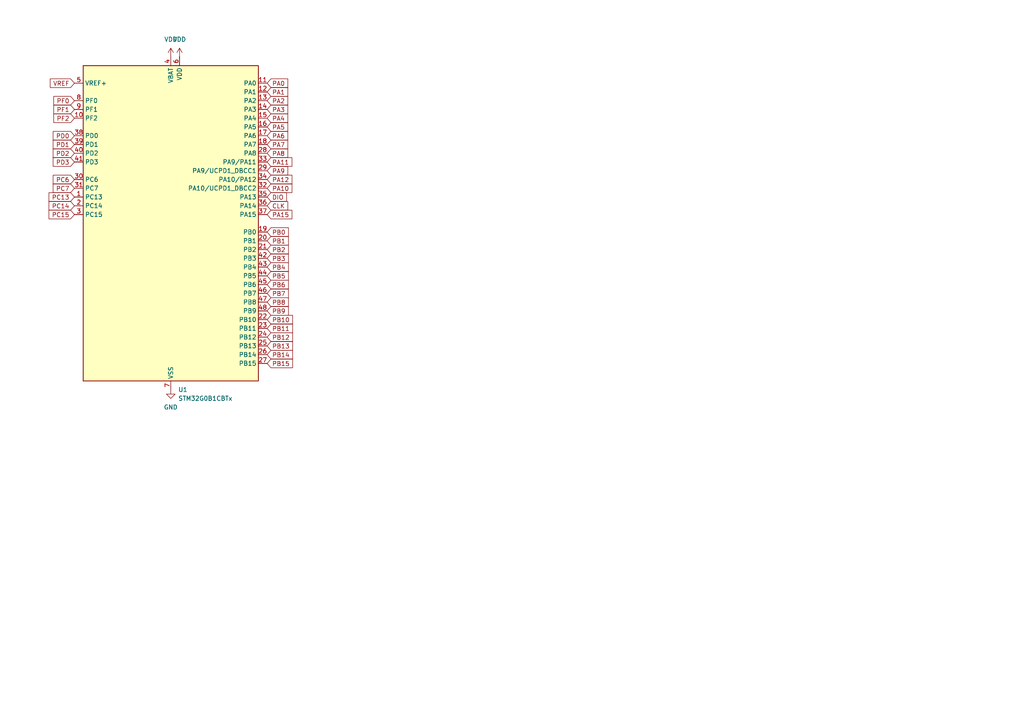
<source format=kicad_sch>
(kicad_sch (version 20250114) (generator "eeschema") (generator_version "9.0")
  (paper "A4")
  (lib_symbols
    (symbol "MCU_ST_STM32G0:STM32G0B1CBTx"
      (property "Reference" "U" (at -25.4 46.99 0))
      (property "Value" "STM32G0B1CBTx" (at 5.08 46.99 0))
      (symbol "STM32G0B1CBTx_0_1"
        (rectangle (start -25.4 -45.72) (end 25.4 45.72) (stroke (width 0.254)) (fill (type background)))
      )
      (symbol "STM32G0B1CBTx_1_1"
        (pin input line (at -27.94 40.64 0) (length 2.54) (name "VREF+") (number "5"))
        (pin bidirectional line (at -27.94 35.56 0) (length 2.54) (name "PF0") (number "8"))
        (pin bidirectional line (at -27.94 33.02 0) (length 2.54) (name "PF1") (number "9"))
        (pin bidirectional line (at -27.94 30.48 0) (length 2.54) (name "PF2") (number "10"))
        (pin bidirectional line (at -27.94 25.4 0) (length 2.54) (name "PD0") (number "38"))
        (pin bidirectional line (at -27.94 22.86 0) (length 2.54) (name "PD1") (number "39"))
        (pin bidirectional line (at -27.94 20.32 0) (length 2.54) (name "PD2") (number "40"))
        (pin bidirectional line (at -27.94 17.78 0) (length 2.54) (name "PD3") (number "41"))
        (pin bidirectional line (at -27.94 12.7 0) (length 2.54) (name "PC6") (number "30"))
        (pin bidirectional line (at -27.94 10.16 0) (length 2.54) (name "PC7") (number "31"))
        (pin bidirectional line (at -27.94 7.62 0) (length 2.54) (name "PC13") (number "1"))
        (pin bidirectional line (at -27.94 5.08 0) (length 2.54) (name "PC14") (number "2"))
        (pin bidirectional line (at -27.94 2.54 0) (length 2.54) (name "PC15") (number "3"))
        (pin power_in line (at 0 48.26 270) (length 2.54) (name "VBAT") (number "4"))
        (pin power_in line (at 0 -48.26 90) (length 2.54) (name "VSS") (number "7"))
        (pin power_in line (at 2.54 48.26 270) (length 2.54) (name "VDD") (number "6"))
        (pin bidirectional line (at 27.94 40.64 180) (length 2.54) (name "PA0") (number "11"))
        (pin bidirectional line (at 27.94 38.1 180) (length 2.54) (name "PA1") (number "12"))
        (pin bidirectional line (at 27.94 35.56 180) (length 2.54) (name "PA2") (number "13"))
        (pin bidirectional line (at 27.94 33.02 180) (length 2.54) (name "PA3") (number "14"))
        (pin bidirectional line (at 27.94 30.48 180) (length 2.54) (name "PA4") (number "15"))
        (pin bidirectional line (at 27.94 27.94 180) (length 2.54) (name "PA5") (number "16"))
        (pin bidirectional line (at 27.94 25.4 180) (length 2.54) (name "PA6") (number "17"))
        (pin bidirectional line (at 27.94 22.86 180) (length 2.54) (name "PA7") (number "18"))
        (pin bidirectional line (at 27.94 20.32 180) (length 2.54) (name "PA8") (number "28"))
        (pin bidirectional line (at 27.94 17.78 180) (length 2.54) (name "PA9/PA11") (number "33"))
        (pin bidirectional line (at 27.94 15.24 180) (length 2.54) (name "PA9/UCPD1_DBCC1") (number "29"))
        (pin bidirectional line (at 27.94 12.7 180) (length 2.54) (name "PA10/PA12") (number "34"))
        (pin bidirectional line (at 27.94 10.16 180) (length 2.54) (name "PA10/UCPD1_DBCC2") (number "32"))
        (pin bidirectional line (at 27.94 7.62 180) (length 2.54) (name "PA13") (number "35"))
        (pin bidirectional line (at 27.94 5.08 180) (length 2.54) (name "PA14") (number "36"))
        (pin bidirectional line (at 27.94 2.54 180) (length 2.54) (name "PA15") (number "37"))
        (pin bidirectional line (at 27.94 -2.54 180) (length 2.54) (name "PB0") (number "19"))
        (pin bidirectional line (at 27.94 -5.08 180) (length 2.54) (name "PB1") (number "20"))
        (pin bidirectional line (at 27.94 -7.62 180) (length 2.54) (name "PB2") (number "21"))
        (pin bidirectional line (at 27.94 -10.16 180) (length 2.54) (name "PB3") (number "42"))
        (pin bidirectional line (at 27.94 -12.7 180) (length 2.54) (name "PB4") (number "43"))
        (pin bidirectional line (at 27.94 -15.24 180) (length 2.54) (name "PB5") (number "44"))
        (pin bidirectional line (at 27.94 -17.78 180) (length 2.54) (name "PB6") (number "45"))
        (pin bidirectional line (at 27.94 -20.32 180) (length 2.54) (name "PB7") (number "46"))
        (pin bidirectional line (at 27.94 -22.86 180) (length 2.54) (name "PB8") (number "47"))
        (pin bidirectional line (at 27.94 -25.4 180) (length 2.54) (name "PB9") (number "48"))
        (pin bidirectional line (at 27.94 -27.94 180) (length 2.54) (name "PB10") (number "22"))
        (pin bidirectional line (at 27.94 -30.48 180) (length 2.54) (name "PB11") (number "23"))
        (pin bidirectional line (at 27.94 -33.02 180) (length 2.54) (name "PB12") (number "24"))
        (pin bidirectional line (at 27.94 -35.56 180) (length 2.54) (name "PB13") (number "25"))
        (pin bidirectional line (at 27.94 -38.1 180) (length 2.54) (name "PB14") (number "26"))
        (pin bidirectional line (at 27.94 -40.64 180) (length 2.54) (name "PB15") (number "27"))
      )
    )
    (symbol "power:GND" (power) (pin_numbers (hide yes)) (pin_names (offset 0) (hide yes))
      (property "Value" "GND" (at 0 -3.81 0))
      (symbol "GND_0_1"
        (polyline (pts (xy 0 0) (xy 0 -1.27) (xy 1.27 -1.27) (xy 0 -2.54) (xy -1.27 -1.27) (xy 0 -1.27)))
      )
      (symbol "GND_1_1"
        (pin power_in line (at 0 0 270) (length 0) (name "~") (number "1"))
      )
    )
    (symbol "power:VDD" (power) (pin_numbers (hide yes)) (pin_names (offset 0) (hide yes))
      (property "Value" "VDD" (at 0 3.556 0))
      (symbol "VDD_0_1"
        (polyline (pts (xy -0.762 1.27) (xy 0 2.54)))
        (polyline (pts (xy 0 2.54) (xy 0.762 1.27)))
        (polyline (pts (xy 0 0) (xy 0 2.54)))
      )
      (symbol "VDD_1_1"
        (pin power_in line (at 0 0 90) (length 0) (name "~") (number "1"))
      )
    )
  )
  (global_label "PA7" (shape input) (at 77.47 41.91 0) (property "Intersheetrefs" "${INTERSHEET_REFS}" (effects (hide yes))))
  (global_label "PA12" (shape input) (at 77.47 52.07 0) (property "Intersheetrefs" "${INTERSHEET_REFS}" (effects (hide yes))))
  (global_label "PB3" (shape input) (at 77.47 74.93 0) (property "Intersheetrefs" "${INTERSHEET_REFS}" (effects (hide yes))))
  (global_label "PC13" (shape input) (at 21.59 57.15 180) (property "Intersheetrefs" "${INTERSHEET_REFS}" (effects (hide yes))))
  (global_label "PD0" (shape input) (at 21.59 39.37 180) (property "Intersheetrefs" "${INTERSHEET_REFS}" (effects (hide yes))))
  (global_label "PA0" (shape input) (at 77.47 24.13 0) (property "Intersheetrefs" "${INTERSHEET_REFS}" (effects (hide yes))))
  (global_label "PA8" (shape input) (at 77.47 44.45 0) (property "Intersheetrefs" "${INTERSHEET_REFS}" (effects (hide yes))))
  (global_label "PB8" (shape input) (at 77.47 87.63 0) (property "Intersheetrefs" "${INTERSHEET_REFS}" (effects (hide yes))))
  (global_label "PA5" (shape input) (at 77.47 36.83 0) (property "Intersheetrefs" "${INTERSHEET_REFS}" (effects (hide yes))))
  (global_label "PB7" (shape input) (at 77.47 85.09 0) (property "Intersheetrefs" "${INTERSHEET_REFS}" (effects (hide yes))))
  (global_label "PA6" (shape input) (at 77.47 39.37 0) (property "Intersheetrefs" "${INTERSHEET_REFS}" (effects (hide yes))))
  (global_label "PD2" (shape input) (at 21.59 44.45 180) (property "Intersheetrefs" "${INTERSHEET_REFS}" (effects (hide yes))))
  (global_label "PD3" (shape input) (at 21.59 46.99 180) (property "Intersheetrefs" "${INTERSHEET_REFS}" (effects (hide yes))))
  (global_label "PB14" (shape input) (at 77.47 102.87 0) (property "Intersheetrefs" "${INTERSHEET_REFS}" (effects (hide yes))))
  (global_label "PB9" (shape input) (at 77.47 90.17 0) (property "Intersheetrefs" "${INTERSHEET_REFS}" (effects (hide yes))))
  (global_label "DIO" (shape input) (at 77.47 57.15 0) (property "Intersheetrefs" "${INTERSHEET_REFS}" (effects (hide yes))))
  (global_label "PB1" (shape input) (at 77.47 69.85 0) (property "Intersheetrefs" "${INTERSHEET_REFS}" (effects (hide yes))))
  (global_label "PA11" (shape input) (at 77.47 46.99 0) (property "Intersheetrefs" "${INTERSHEET_REFS}" (effects (hide yes))))
  (global_label "PB6" (shape input) (at 77.47 82.55 0) (property "Intersheetrefs" "${INTERSHEET_REFS}" (effects (hide yes))))
  (global_label "PC6" (shape input) (at 21.59 52.07 180) (property "Intersheetrefs" "${INTERSHEET_REFS}" (effects (hide yes))))
  (global_label "PA9" (shape input) (at 77.47 49.53 0) (property "Intersheetrefs" "${INTERSHEET_REFS}" (effects (hide yes))))
  (global_label "PA15" (shape input) (at 77.47 62.23 0) (property "Intersheetrefs" "${INTERSHEET_REFS}" (effects (hide yes))))
  (global_label "PB12" (shape input) (at 77.47 97.79 0) (property "Intersheetrefs" "${INTERSHEET_REFS}" (effects (hide yes))))
  (global_label "PC14" (shape input) (at 21.59 59.69 180) (property "Intersheetrefs" "${INTERSHEET_REFS}" (effects (hide yes))))
  (global_label "PB0" (shape input) (at 77.47 67.31 0) (property "Intersheetrefs" "${INTERSHEET_REFS}" (effects (hide yes))))
  (global_label "PB10" (shape input) (at 77.47 92.71 0) (property "Intersheetrefs" "${INTERSHEET_REFS}" (effects (hide yes))))
  (global_label "PB2" (shape input) (at 77.47 72.39 0) (property "Intersheetrefs" "${INTERSHEET_REFS}" (effects (hide yes))))
  (global_label "PC7" (shape input) (at 21.59 54.61 180) (property "Intersheetrefs" "${INTERSHEET_REFS}" (effects (hide yes))))
  (global_label "PA10" (shape input) (at 77.47 54.61 0) (property "Intersheetrefs" "${INTERSHEET_REFS}" (effects (hide yes))))
  (global_label "PB15" (shape input) (at 77.47 105.41 0) (property "Intersheetrefs" "${INTERSHEET_REFS}" (effects (hide yes))))
  (global_label "PA2" (shape input) (at 77.47 29.21 0) (property "Intersheetrefs" "${INTERSHEET_REFS}" (effects (hide yes))))
  (global_label "PA3" (shape input) (at 77.47 31.75 0) (property "Intersheetrefs" "${INTERSHEET_REFS}" (effects (hide yes))))
  (global_label "PF1" (shape input) (at 21.59 31.75 180) (property "Intersheetrefs" "${INTERSHEET_REFS}" (effects (hide yes))))
  (global_label "PD1" (shape input) (at 21.59 41.91 180) (property "Intersheetrefs" "${INTERSHEET_REFS}" (effects (hide yes))))
  (global_label "PB13" (shape input) (at 77.47 100.33 0) (property "Intersheetrefs" "${INTERSHEET_REFS}" (effects (hide yes))))
  (global_label "PF2" (shape input) (at 21.59 34.29 180) (property "Intersheetrefs" "${INTERSHEET_REFS}" (effects (hide yes))))
  (global_label "PB5" (shape input) (at 77.47 80.01 0) (property "Intersheetrefs" "${INTERSHEET_REFS}" (effects (hide yes))))
  (global_label "VREF" (shape input) (at 21.59 24.13 180) (property "Intersheetrefs" "${INTERSHEET_REFS}" (effects (hide yes))))
  (global_label "CLK" (shape input) (at 77.47 59.69 0) (property "Intersheetrefs" "${INTERSHEET_REFS}" (effects (hide yes))))
  (global_label "PA4" (shape input) (at 77.47 34.29 0) (property "Intersheetrefs" "${INTERSHEET_REFS}" (effects (hide yes))))
  (global_label "PB11" (shape input) (at 77.47 95.25 0) (property "Intersheetrefs" "${INTERSHEET_REFS}" (effects (hide yes))))
  (global_label "PA1" (shape input) (at 77.47 26.67 0) (property "Intersheetrefs" "${INTERSHEET_REFS}" (effects (hide yes))))
  (global_label "PF0" (shape input) (at 21.59 29.21 180) (property "Intersheetrefs" "${INTERSHEET_REFS}" (effects (hide yes))))
  (global_label "PC15" (shape input) (at 21.59 62.23 180) (property "Intersheetrefs" "${INTERSHEET_REFS}" (effects (hide yes))))
  (global_label "PB4" (shape input) (at 77.47 77.47 0) (property "Intersheetrefs" "${INTERSHEET_REFS}" (effects (hide yes))))
  (symbol (lib_id "MCU_ST_STM32G0:STM32G0B1CBTx") (at 49.53 64.77 0) (unit 1)
    (property "Reference" "U1" (at 51.6733 113.03 0) (effects (justify left)))
    (property "Value" "STM32G0B1CBTx" (at 51.6733 115.57 0) (effects (justify left)))
    (property "Footprint" "Package_QFP:LQFP-48_7x7mm_P0.5mm" (effects (hide yes)))
    (property "Datasheet" "https://www.st.com/resource/en/datasheet/stm32g0b1cb.pdf" (effects (hide yes)))
    (property "Description" "STMicroelectronics Arm Cortex-M0+ MCU, 128KB flash, 144KB RAM, 64 MHz, 1.7-3.6V, 44 GPIO, LQFP48" (effects (hide yes)))
  )
  (symbol (lib_id "power:VDD") (at 49.53 16.51 0) (unit 1)
    (property "Reference" "#PWR03" (effects (hide yes)))
    (property "Value" "VDD" (at 49.53 11.43 0))
    (property "Description" "Power symbol creates a global label with name \"VDD\"" (effects (hide yes)))
  )
  (symbol (lib_id "power:VDD") (at 52.07 16.51 0) (unit 1)
    (property "Reference" "#PWR02" (effects (hide yes)))
    (property "Value" "VDD" (at 52.07 11.43 0))
    (property "Description" "Power symbol creates a global label with name \"VDD\"" (effects (hide yes)))
  )
  (symbol (lib_id "power:GND") (at 49.53 113.03 0) (unit 1)
    (property "Reference" "#PWR01" (effects (hide yes)))
    (property "Value" "GND" (at 49.53 118.11 0))
    (property "Description" "Power symbol creates a global label with name \"GND\" , ground" (effects (hide yes)))
  )
)
</source>
